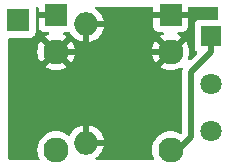
<source format=gbr>
%TF.GenerationSoftware,KiCad,Pcbnew,(6.0.2-0)*%
%TF.CreationDate,2022-07-29T18:49:05+02:00*%
%TF.ProjectId,crossfaderAttenuator,63726f73-7366-4616-9465-72417474656e,rev?*%
%TF.SameCoordinates,Original*%
%TF.FileFunction,Copper,L2,Bot*%
%TF.FilePolarity,Positive*%
%FSLAX46Y46*%
G04 Gerber Fmt 4.6, Leading zero omitted, Abs format (unit mm)*
G04 Created by KiCad (PCBNEW (6.0.2-0)) date 2022-07-29 18:49:05*
%MOMM*%
%LPD*%
G01*
G04 APERTURE LIST*
%TA.AperFunction,ComponentPad*%
%ADD10R,1.900000X1.900000*%
%TD*%
%TA.AperFunction,ComponentPad*%
%ADD11R,1.930000X1.830000*%
%TD*%
%TA.AperFunction,ComponentPad*%
%ADD12C,2.130000*%
%TD*%
%TA.AperFunction,ComponentPad*%
%ADD13O,2.000000X2.000000*%
%TD*%
%TA.AperFunction,ComponentPad*%
%ADD14R,1.800000X1.800000*%
%TD*%
%TA.AperFunction,ComponentPad*%
%ADD15C,1.800000*%
%TD*%
%TA.AperFunction,ViaPad*%
%ADD16C,0.800000*%
%TD*%
%TA.AperFunction,Conductor*%
%ADD17C,0.500000*%
%TD*%
G04 APERTURE END LIST*
D10*
%TO.P,J3,1,Pin_1*%
%TO.N,Net-(RV1-Pad2)*%
X137050000Y-76875000D03*
%TD*%
D11*
%TO.P,J2,S*%
%TO.N,GND*%
X140250000Y-76420000D03*
D12*
%TO.P,J2,T*%
%TO.N,Net-(J2-PadT)*%
X140250000Y-87820000D03*
%TO.P,J2,TN*%
%TO.N,GND*%
X140250000Y-79520000D03*
%TD*%
D11*
%TO.P,J1,S*%
%TO.N,GND*%
X149950000Y-76420000D03*
D12*
%TO.P,J1,T*%
%TO.N,Net-(J1-PadT)*%
X149950000Y-87820000D03*
%TO.P,J1,TN*%
%TO.N,GND*%
X149950000Y-79520000D03*
%TD*%
D13*
%TO.P,RV1,*%
%TO.N,GND*%
X142787487Y-87213604D03*
X142787487Y-77213604D03*
D14*
%TO.P,RV1,1,1*%
%TO.N,Net-(J1-PadT)*%
X153387487Y-78213604D03*
D15*
%TO.P,RV1,2,2*%
%TO.N,Net-(RV1-Pad2)*%
X153387487Y-82225604D03*
%TO.P,RV1,3,3*%
%TO.N,Net-(J2-PadT)*%
X153387487Y-86213604D03*
%TD*%
D16*
%TO.N,GND*%
X136800000Y-85700000D03*
%TD*%
D17*
%TO.N,GND*%
X142920000Y-79520000D02*
X142787487Y-79652513D01*
X140250000Y-76420000D02*
X140250000Y-76350000D01*
X142730000Y-79520000D02*
X140250000Y-79520000D01*
X142787487Y-77213604D02*
X142787487Y-79462513D01*
X149950000Y-79520000D02*
X142920000Y-79520000D01*
X142787487Y-79652513D02*
X142787487Y-87213604D01*
X142920000Y-79520000D02*
X142730000Y-79520000D01*
X142787487Y-79462513D02*
X142730000Y-79520000D01*
%TO.N,Net-(J1-PadT)*%
X153387487Y-79512513D02*
X153387487Y-78213604D01*
X150580000Y-87820000D02*
X151700000Y-86700000D01*
X151700000Y-81200000D02*
X153387487Y-79512513D01*
X149950000Y-87820000D02*
X150580000Y-87820000D01*
X151700000Y-86700000D02*
X151700000Y-81200000D01*
%TD*%
%TA.AperFunction,Conductor*%
%TO.N,GND*%
G36*
X138719121Y-75728002D02*
G01*
X138765614Y-75781658D01*
X138777000Y-75834000D01*
X138777000Y-76147885D01*
X138781475Y-76163124D01*
X138782865Y-76164329D01*
X138790548Y-76166000D01*
X140378000Y-76166000D01*
X140446121Y-76186002D01*
X140492614Y-76239658D01*
X140504000Y-76292000D01*
X140504000Y-76548000D01*
X140483998Y-76616121D01*
X140430342Y-76662614D01*
X140378000Y-76674000D01*
X138795116Y-76674000D01*
X138779877Y-76678475D01*
X138778672Y-76679865D01*
X138777001Y-76687548D01*
X138777001Y-77379669D01*
X138777371Y-77386490D01*
X138782895Y-77437352D01*
X138786521Y-77452604D01*
X138831676Y-77573054D01*
X138840214Y-77588649D01*
X138916715Y-77690724D01*
X138929276Y-77703285D01*
X139031351Y-77779786D01*
X139046946Y-77788324D01*
X139167394Y-77833478D01*
X139182649Y-77837105D01*
X139233514Y-77842631D01*
X139240328Y-77843000D01*
X139554745Y-77843000D01*
X139622866Y-77863002D01*
X139669359Y-77916658D01*
X139679463Y-77986932D01*
X139649969Y-78051512D01*
X139602963Y-78085409D01*
X139538239Y-78112218D01*
X139529445Y-78116699D01*
X139344285Y-78230165D01*
X139334825Y-78240621D01*
X139338609Y-78249399D01*
X140237188Y-79147978D01*
X140251132Y-79155592D01*
X140252965Y-79155461D01*
X140259580Y-79151210D01*
X141158348Y-78252442D01*
X141165108Y-78240062D01*
X141159381Y-78232412D01*
X140970555Y-78116699D01*
X140961765Y-78112220D01*
X140897035Y-78085408D01*
X140841755Y-78040859D01*
X140819334Y-77973496D01*
X140836893Y-77904704D01*
X140888855Y-77856326D01*
X140945254Y-77842999D01*
X141259669Y-77842999D01*
X141266488Y-77842630D01*
X141316750Y-77837170D01*
X141386632Y-77849699D01*
X141438647Y-77898020D01*
X141442004Y-77904109D01*
X141561130Y-78098503D01*
X141566930Y-78106487D01*
X141714665Y-78279462D01*
X141721629Y-78286426D01*
X141894604Y-78434161D01*
X141902588Y-78439961D01*
X142096529Y-78558809D01*
X142105324Y-78563291D01*
X142315479Y-78650340D01*
X142324853Y-78653386D01*
X142515872Y-78699246D01*
X142529956Y-78698541D01*
X142533487Y-78689660D01*
X142533487Y-78685360D01*
X143041487Y-78685360D01*
X143045460Y-78698891D01*
X143054918Y-78700251D01*
X143250121Y-78653386D01*
X143259495Y-78650340D01*
X143469650Y-78563291D01*
X143478445Y-78558809D01*
X143672386Y-78439961D01*
X143680370Y-78434161D01*
X143853345Y-78286426D01*
X143860309Y-78279462D01*
X144008044Y-78106487D01*
X144013844Y-78098503D01*
X144132692Y-77904562D01*
X144137174Y-77895767D01*
X144224223Y-77685612D01*
X144227269Y-77676238D01*
X144273129Y-77485219D01*
X144272424Y-77471135D01*
X144263543Y-77467604D01*
X143059602Y-77467604D01*
X143044363Y-77472079D01*
X143043158Y-77473469D01*
X143041487Y-77481152D01*
X143041487Y-78685360D01*
X142533487Y-78685360D01*
X142533487Y-77379669D01*
X148477001Y-77379669D01*
X148477371Y-77386490D01*
X148482895Y-77437352D01*
X148486521Y-77452604D01*
X148531676Y-77573054D01*
X148540214Y-77588649D01*
X148616715Y-77690724D01*
X148629276Y-77703285D01*
X148731351Y-77779786D01*
X148746946Y-77788324D01*
X148867394Y-77833478D01*
X148882649Y-77837105D01*
X148933514Y-77842631D01*
X148940328Y-77843000D01*
X149254745Y-77843000D01*
X149322866Y-77863002D01*
X149369359Y-77916658D01*
X149379463Y-77986932D01*
X149349969Y-78051512D01*
X149302963Y-78085409D01*
X149238239Y-78112218D01*
X149229445Y-78116699D01*
X149044285Y-78230165D01*
X149034825Y-78240621D01*
X149038609Y-78249399D01*
X149937188Y-79147978D01*
X149951132Y-79155592D01*
X149952965Y-79155461D01*
X149959580Y-79151210D01*
X150858348Y-78252442D01*
X150865108Y-78240062D01*
X150859381Y-78232412D01*
X150670555Y-78116699D01*
X150661765Y-78112220D01*
X150597035Y-78085408D01*
X150541755Y-78040859D01*
X150519334Y-77973496D01*
X150536893Y-77904704D01*
X150588855Y-77856326D01*
X150645254Y-77842999D01*
X150959669Y-77842999D01*
X150966490Y-77842629D01*
X151017352Y-77837105D01*
X151032604Y-77833479D01*
X151153054Y-77788324D01*
X151168649Y-77779786D01*
X151270724Y-77703285D01*
X151283285Y-77690724D01*
X151359786Y-77588649D01*
X151368324Y-77573054D01*
X151413478Y-77452606D01*
X151417105Y-77437351D01*
X151422631Y-77386486D01*
X151423000Y-77379672D01*
X151423000Y-76692115D01*
X151418525Y-76676876D01*
X151417135Y-76675671D01*
X151409452Y-76674000D01*
X148495116Y-76674000D01*
X148479877Y-76678475D01*
X148478672Y-76679865D01*
X148477001Y-76687548D01*
X148477001Y-77379669D01*
X142533487Y-77379669D01*
X142533487Y-77085604D01*
X142553489Y-77017483D01*
X142607145Y-76970990D01*
X142659487Y-76959604D01*
X144259243Y-76959604D01*
X144272774Y-76955631D01*
X144274134Y-76946173D01*
X144227269Y-76750970D01*
X144224223Y-76741596D01*
X144137174Y-76531441D01*
X144132692Y-76522646D01*
X144013844Y-76328705D01*
X144008044Y-76320721D01*
X143860309Y-76147746D01*
X143853345Y-76140782D01*
X143680370Y-75993047D01*
X143672386Y-75987247D01*
X143597624Y-75941432D01*
X143549992Y-75888785D01*
X143538386Y-75818743D01*
X143566490Y-75753546D01*
X143625380Y-75713892D01*
X143663459Y-75708000D01*
X148351000Y-75708000D01*
X148419121Y-75728002D01*
X148465614Y-75781658D01*
X148477000Y-75834000D01*
X148477000Y-76147885D01*
X148481475Y-76163124D01*
X148482865Y-76164329D01*
X148490548Y-76166000D01*
X151404884Y-76166000D01*
X151420123Y-76161525D01*
X151421328Y-76160135D01*
X151422999Y-76152452D01*
X151422999Y-75834000D01*
X151443001Y-75765879D01*
X151496657Y-75719386D01*
X151548999Y-75708000D01*
X153866000Y-75708000D01*
X153934121Y-75728002D01*
X153980614Y-75781658D01*
X153992000Y-75834000D01*
X153992000Y-76679104D01*
X153971998Y-76747225D01*
X153918342Y-76793718D01*
X153866000Y-76805104D01*
X152439353Y-76805104D01*
X152377171Y-76811859D01*
X152240782Y-76862989D01*
X152124226Y-76950343D01*
X152036872Y-77066899D01*
X151985742Y-77203288D01*
X151978987Y-77265470D01*
X151978987Y-79161738D01*
X151985742Y-79223920D01*
X152036872Y-79360309D01*
X152124226Y-79476865D01*
X152131406Y-79482246D01*
X152131408Y-79482248D01*
X152137249Y-79486626D01*
X152179762Y-79543487D01*
X152184785Y-79614306D01*
X152150775Y-79676544D01*
X151637561Y-80189758D01*
X151575249Y-80223784D01*
X151504434Y-80218719D01*
X151447598Y-80176172D01*
X151422787Y-80109652D01*
X151432057Y-80052444D01*
X151448745Y-80012155D01*
X151451793Y-80002775D01*
X151507283Y-79771645D01*
X151508826Y-79761898D01*
X151527476Y-79524930D01*
X151527476Y-79515070D01*
X151508826Y-79278102D01*
X151507283Y-79268355D01*
X151451793Y-79037225D01*
X151448744Y-79027840D01*
X151357782Y-78808239D01*
X151353301Y-78799445D01*
X151239835Y-78614285D01*
X151229379Y-78604825D01*
X151220601Y-78608609D01*
X149041652Y-80787558D01*
X149034892Y-80799938D01*
X149040619Y-80807588D01*
X149229445Y-80923301D01*
X149238239Y-80927782D01*
X149457840Y-81018744D01*
X149467225Y-81021793D01*
X149698355Y-81077283D01*
X149708102Y-81078826D01*
X149945070Y-81097476D01*
X149954930Y-81097476D01*
X150191898Y-81078826D01*
X150201645Y-81077283D01*
X150432775Y-81021793D01*
X150442160Y-81018744D01*
X150661761Y-80927782D01*
X150670555Y-80923301D01*
X150779845Y-80856328D01*
X150848379Y-80837790D01*
X150916055Y-80859246D01*
X150961388Y-80913886D01*
X150969040Y-80989419D01*
X150960514Y-81030411D01*
X150959544Y-81034696D01*
X150942192Y-81105610D01*
X150941500Y-81116764D01*
X150941464Y-81116762D01*
X150941225Y-81120755D01*
X150940851Y-81124947D01*
X150939360Y-81132115D01*
X150939558Y-81139432D01*
X150941454Y-81209521D01*
X150941500Y-81212928D01*
X150941500Y-86333629D01*
X150921498Y-86401750D01*
X150904595Y-86422724D01*
X150890006Y-86437313D01*
X150827694Y-86471339D01*
X150756879Y-86466274D01*
X150735077Y-86455651D01*
X150670783Y-86416252D01*
X150666563Y-86413666D01*
X150437742Y-86318885D01*
X150352830Y-86298499D01*
X150201724Y-86262221D01*
X150201718Y-86262220D01*
X150196911Y-86261066D01*
X149950000Y-86241634D01*
X149703089Y-86261066D01*
X149698282Y-86262220D01*
X149698276Y-86262221D01*
X149547170Y-86298499D01*
X149462258Y-86318885D01*
X149457687Y-86320778D01*
X149457685Y-86320779D01*
X149238011Y-86411771D01*
X149238007Y-86411773D01*
X149233437Y-86413666D01*
X149022260Y-86543075D01*
X148833927Y-86703927D01*
X148673075Y-86892260D01*
X148543666Y-87103437D01*
X148541773Y-87108007D01*
X148541771Y-87108011D01*
X148490859Y-87230923D01*
X148448885Y-87332258D01*
X148447730Y-87337070D01*
X148392221Y-87568276D01*
X148392220Y-87568282D01*
X148391066Y-87573089D01*
X148371634Y-87820000D01*
X148391066Y-88066911D01*
X148392220Y-88071718D01*
X148392221Y-88071724D01*
X148400567Y-88106487D01*
X148448885Y-88307742D01*
X148535887Y-88517781D01*
X148535887Y-88517782D01*
X148543476Y-88588371D01*
X148511697Y-88651858D01*
X148450639Y-88688086D01*
X148419478Y-88692000D01*
X143707858Y-88692000D01*
X143639737Y-88671998D01*
X143593244Y-88618342D01*
X143583140Y-88548068D01*
X143612634Y-88483488D01*
X143642023Y-88458568D01*
X143672386Y-88439961D01*
X143680370Y-88434161D01*
X143853345Y-88286426D01*
X143860309Y-88279462D01*
X144008044Y-88106487D01*
X144013844Y-88098503D01*
X144132692Y-87904562D01*
X144137174Y-87895767D01*
X144224223Y-87685612D01*
X144227269Y-87676238D01*
X144273129Y-87485219D01*
X144272424Y-87471135D01*
X144263543Y-87467604D01*
X142659487Y-87467604D01*
X142591366Y-87447602D01*
X142544873Y-87393946D01*
X142533487Y-87341604D01*
X142533487Y-86941489D01*
X143041487Y-86941489D01*
X143045962Y-86956728D01*
X143047352Y-86957933D01*
X143055035Y-86959604D01*
X144259243Y-86959604D01*
X144272774Y-86955631D01*
X144274134Y-86946173D01*
X144227269Y-86750970D01*
X144224223Y-86741596D01*
X144137174Y-86531441D01*
X144132692Y-86522646D01*
X144013844Y-86328705D01*
X144008044Y-86320721D01*
X143860309Y-86147746D01*
X143853345Y-86140782D01*
X143680370Y-85993047D01*
X143672386Y-85987247D01*
X143478445Y-85868399D01*
X143469650Y-85863917D01*
X143259495Y-85776868D01*
X143250121Y-85773822D01*
X143059102Y-85727962D01*
X143045018Y-85728667D01*
X143041487Y-85737548D01*
X143041487Y-86941489D01*
X142533487Y-86941489D01*
X142533487Y-85741848D01*
X142529514Y-85728317D01*
X142520056Y-85726957D01*
X142324853Y-85773822D01*
X142315479Y-85776868D01*
X142105324Y-85863917D01*
X142096529Y-85868399D01*
X141902588Y-85987247D01*
X141894604Y-85993047D01*
X141721629Y-86140782D01*
X141714665Y-86147746D01*
X141566930Y-86320721D01*
X141561130Y-86328705D01*
X141442282Y-86522646D01*
X141437800Y-86531442D01*
X141432649Y-86543878D01*
X141388103Y-86599160D01*
X141320740Y-86621583D01*
X141251948Y-86604027D01*
X141234409Y-86591474D01*
X141181506Y-86546290D01*
X141181494Y-86546282D01*
X141177740Y-86543075D01*
X140966563Y-86413666D01*
X140961993Y-86411773D01*
X140961989Y-86411771D01*
X140742315Y-86320779D01*
X140742313Y-86320778D01*
X140737742Y-86318885D01*
X140652830Y-86298499D01*
X140501724Y-86262221D01*
X140501718Y-86262220D01*
X140496911Y-86261066D01*
X140250000Y-86241634D01*
X140003089Y-86261066D01*
X139998282Y-86262220D01*
X139998276Y-86262221D01*
X139847170Y-86298499D01*
X139762258Y-86318885D01*
X139757687Y-86320778D01*
X139757685Y-86320779D01*
X139538011Y-86411771D01*
X139538007Y-86411773D01*
X139533437Y-86413666D01*
X139322260Y-86543075D01*
X139133927Y-86703927D01*
X138973075Y-86892260D01*
X138843666Y-87103437D01*
X138841773Y-87108007D01*
X138841771Y-87108011D01*
X138790859Y-87230923D01*
X138748885Y-87332258D01*
X138747730Y-87337070D01*
X138692221Y-87568276D01*
X138692220Y-87568282D01*
X138691066Y-87573089D01*
X138671634Y-87820000D01*
X138691066Y-88066911D01*
X138692220Y-88071718D01*
X138692221Y-88071724D01*
X138700567Y-88106487D01*
X138748885Y-88307742D01*
X138835887Y-88517781D01*
X138835887Y-88517782D01*
X138843476Y-88588371D01*
X138811697Y-88651858D01*
X138750639Y-88688086D01*
X138719478Y-88692000D01*
X136334000Y-88692000D01*
X136265879Y-88671998D01*
X136219386Y-88618342D01*
X136208000Y-88566000D01*
X136208000Y-80799938D01*
X139334892Y-80799938D01*
X139340619Y-80807588D01*
X139529445Y-80923301D01*
X139538239Y-80927782D01*
X139757840Y-81018744D01*
X139767225Y-81021793D01*
X139998355Y-81077283D01*
X140008102Y-81078826D01*
X140245070Y-81097476D01*
X140254930Y-81097476D01*
X140491898Y-81078826D01*
X140501645Y-81077283D01*
X140732775Y-81021793D01*
X140742160Y-81018744D01*
X140961761Y-80927782D01*
X140970555Y-80923301D01*
X141155715Y-80809835D01*
X141165175Y-80799379D01*
X141161391Y-80790601D01*
X140262812Y-79892022D01*
X140248868Y-79884408D01*
X140247035Y-79884539D01*
X140240420Y-79888790D01*
X139341652Y-80787558D01*
X139334892Y-80799938D01*
X136208000Y-80799938D01*
X136208000Y-79524930D01*
X138672524Y-79524930D01*
X138691174Y-79761898D01*
X138692717Y-79771645D01*
X138748207Y-80002775D01*
X138751256Y-80012160D01*
X138842218Y-80231761D01*
X138846699Y-80240555D01*
X138960165Y-80425715D01*
X138970621Y-80435175D01*
X138979399Y-80431391D01*
X139877978Y-79532812D01*
X139884356Y-79521132D01*
X140614408Y-79521132D01*
X140614539Y-79522965D01*
X140618790Y-79529580D01*
X141517558Y-80428348D01*
X141529938Y-80435108D01*
X141537588Y-80429381D01*
X141653301Y-80240555D01*
X141657782Y-80231761D01*
X141748744Y-80012160D01*
X141751793Y-80002775D01*
X141807283Y-79771645D01*
X141808826Y-79761898D01*
X141827476Y-79524930D01*
X148372524Y-79524930D01*
X148391174Y-79761898D01*
X148392717Y-79771645D01*
X148448207Y-80002775D01*
X148451256Y-80012160D01*
X148542218Y-80231761D01*
X148546699Y-80240555D01*
X148660165Y-80425715D01*
X148670621Y-80435175D01*
X148679399Y-80431391D01*
X149577978Y-79532812D01*
X149585592Y-79518868D01*
X149585461Y-79517035D01*
X149581210Y-79510420D01*
X148682442Y-78611652D01*
X148670062Y-78604892D01*
X148662412Y-78610619D01*
X148546699Y-78799445D01*
X148542218Y-78808239D01*
X148451256Y-79027840D01*
X148448207Y-79037225D01*
X148392717Y-79268355D01*
X148391174Y-79278102D01*
X148372524Y-79515070D01*
X148372524Y-79524930D01*
X141827476Y-79524930D01*
X141827476Y-79515070D01*
X141808826Y-79278102D01*
X141807283Y-79268355D01*
X141751793Y-79037225D01*
X141748744Y-79027840D01*
X141657782Y-78808239D01*
X141653301Y-78799445D01*
X141539835Y-78614285D01*
X141529379Y-78604825D01*
X141520601Y-78608609D01*
X140622022Y-79507188D01*
X140614408Y-79521132D01*
X139884356Y-79521132D01*
X139885592Y-79518868D01*
X139885461Y-79517035D01*
X139881210Y-79510420D01*
X138982442Y-78611652D01*
X138970062Y-78604892D01*
X138962412Y-78610619D01*
X138846699Y-78799445D01*
X138842218Y-78808239D01*
X138751256Y-79027840D01*
X138748207Y-79037225D01*
X138692717Y-79268355D01*
X138691174Y-79278102D01*
X138672524Y-79515070D01*
X138672524Y-79524930D01*
X136208000Y-79524930D01*
X136208000Y-78459500D01*
X136228002Y-78391379D01*
X136281658Y-78344886D01*
X136334000Y-78333500D01*
X138048134Y-78333500D01*
X138110316Y-78326745D01*
X138246705Y-78275615D01*
X138363261Y-78188261D01*
X138450615Y-78071705D01*
X138501745Y-77935316D01*
X138508500Y-77873134D01*
X138508500Y-75876866D01*
X138508132Y-75873474D01*
X138508131Y-75873464D01*
X138505322Y-75847606D01*
X138517851Y-75777724D01*
X138566172Y-75725709D01*
X138630585Y-75708000D01*
X138651000Y-75708000D01*
X138719121Y-75728002D01*
G37*
%TD.AperFunction*%
%TD*%
M02*

</source>
